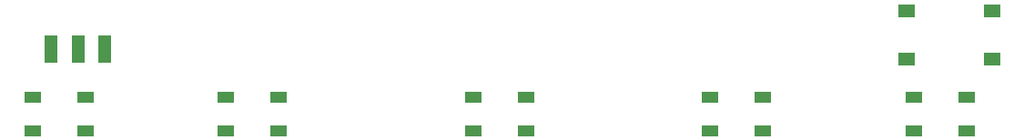
<source format=gbr>
%TF.GenerationSoftware,KiCad,Pcbnew,(6.0.0)*%
%TF.CreationDate,2022-06-19T19:27:42+02:00*%
%TF.ProjectId,PCBv2,50434276-322e-46b6-9963-61645f706362,rev?*%
%TF.SameCoordinates,Original*%
%TF.FileFunction,Paste,Top*%
%TF.FilePolarity,Positive*%
%FSLAX46Y46*%
G04 Gerber Fmt 4.6, Leading zero omitted, Abs format (unit mm)*
G04 Created by KiCad (PCBNEW (6.0.0)) date 2022-06-19 19:27:42*
%MOMM*%
%LPD*%
G01*
G04 APERTURE LIST*
%ADD10R,1.500000X1.000000*%
%ADD11R,1.550000X1.300000*%
%ADD12R,1.250000X2.500000*%
G04 APERTURE END LIST*
D10*
%TO.C,D3*%
X106550000Y-54400000D03*
X106550000Y-57600000D03*
X111450000Y-57600000D03*
X111450000Y-54400000D03*
%TD*%
%TO.C,D2*%
X128550000Y-54400000D03*
X128550000Y-57600000D03*
X133450000Y-57600000D03*
X133450000Y-54400000D03*
%TD*%
%TO.C,D4*%
X83550000Y-54400000D03*
X83550000Y-57600000D03*
X88450000Y-57600000D03*
X88450000Y-54400000D03*
%TD*%
D11*
%TO.C,SW1*%
X154775000Y-50850000D03*
X146825000Y-50850000D03*
X146825000Y-46350000D03*
X154775000Y-46350000D03*
%TD*%
D10*
%TO.C,D1*%
X147550000Y-54400000D03*
X147550000Y-57600000D03*
X152450000Y-57600000D03*
X152450000Y-54400000D03*
%TD*%
%TO.C,D5*%
X65550000Y-54400000D03*
X65550000Y-57600000D03*
X70450000Y-57600000D03*
X70450000Y-54400000D03*
%TD*%
D12*
%TO.C,SW2*%
X72300000Y-49950000D03*
X69800000Y-49950000D03*
X67300000Y-49950000D03*
%TD*%
M02*

</source>
